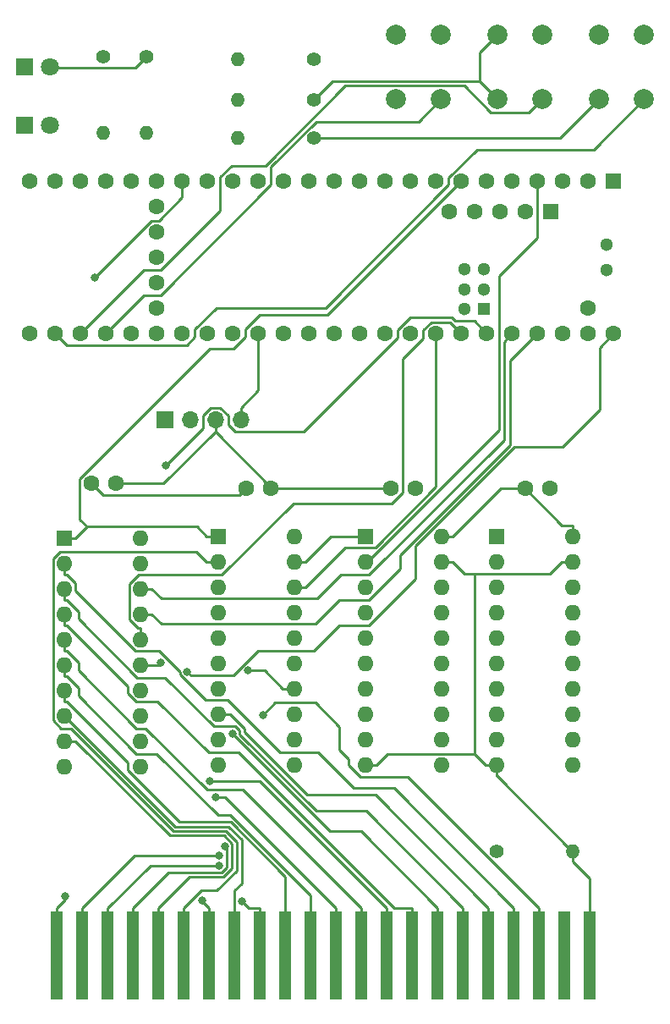
<source format=gbl>
G04 #@! TF.GenerationSoftware,KiCad,Pcbnew,(6.0.6)*
G04 #@! TF.CreationDate,2023-01-25T21:08:39+01:00*
G04 #@! TF.ProjectId,RTO_cart,52544f5f-6361-4727-942e-6b696361645f,rev?*
G04 #@! TF.SameCoordinates,Original*
G04 #@! TF.FileFunction,Copper,L2,Bot*
G04 #@! TF.FilePolarity,Positive*
%FSLAX46Y46*%
G04 Gerber Fmt 4.6, Leading zero omitted, Abs format (unit mm)*
G04 Created by KiCad (PCBNEW (6.0.6)) date 2023-01-25 21:08:39*
%MOMM*%
%LPD*%
G01*
G04 APERTURE LIST*
G04 #@! TA.AperFunction,ComponentPad*
%ADD10C,1.600000*%
G04 #@! TD*
G04 #@! TA.AperFunction,ComponentPad*
%ADD11R,1.600000X1.600000*%
G04 #@! TD*
G04 #@! TA.AperFunction,ComponentPad*
%ADD12O,1.600000X1.600000*%
G04 #@! TD*
G04 #@! TA.AperFunction,ComponentPad*
%ADD13C,1.400000*%
G04 #@! TD*
G04 #@! TA.AperFunction,ComponentPad*
%ADD14O,1.400000X1.400000*%
G04 #@! TD*
G04 #@! TA.AperFunction,ComponentPad*
%ADD15R,1.300000X1.300000*%
G04 #@! TD*
G04 #@! TA.AperFunction,ComponentPad*
%ADD16C,1.300000*%
G04 #@! TD*
G04 #@! TA.AperFunction,ComponentPad*
%ADD17R,1.800000X1.800000*%
G04 #@! TD*
G04 #@! TA.AperFunction,ComponentPad*
%ADD18C,1.800000*%
G04 #@! TD*
G04 #@! TA.AperFunction,ComponentPad*
%ADD19C,2.000000*%
G04 #@! TD*
G04 #@! TA.AperFunction,ComponentPad*
%ADD20R,1.700000X1.700000*%
G04 #@! TD*
G04 #@! TA.AperFunction,ComponentPad*
%ADD21O,1.700000X1.700000*%
G04 #@! TD*
G04 #@! TA.AperFunction,ConnectorPad*
%ADD22R,1.270000X8.840000*%
G04 #@! TD*
G04 #@! TA.AperFunction,ViaPad*
%ADD23C,0.800000*%
G04 #@! TD*
G04 #@! TA.AperFunction,Conductor*
%ADD24C,0.250000*%
G04 #@! TD*
G04 APERTURE END LIST*
D10*
X138196000Y-141224000D03*
X140696000Y-141224000D03*
D11*
X135382000Y-146050000D03*
D12*
X135382000Y-148590000D03*
X135382000Y-151130000D03*
X135382000Y-153670000D03*
X135382000Y-156210000D03*
X135382000Y-158750000D03*
X135382000Y-161290000D03*
X135382000Y-163830000D03*
X135382000Y-166370000D03*
X135382000Y-168910000D03*
X143002000Y-168910000D03*
X143002000Y-166370000D03*
X143002000Y-163830000D03*
X143002000Y-161290000D03*
X143002000Y-158750000D03*
X143002000Y-156210000D03*
X143002000Y-153670000D03*
X143002000Y-151130000D03*
X143002000Y-148590000D03*
X143002000Y-146050000D03*
D13*
X135382000Y-177546000D03*
D14*
X143002000Y-177546000D03*
D13*
X117094000Y-106172000D03*
D14*
X109474000Y-106172000D03*
D13*
X100330000Y-98044000D03*
D14*
X100330000Y-105664000D03*
D11*
X147066000Y-110490000D03*
D10*
X144526000Y-110490000D03*
X141986000Y-110490000D03*
X139446000Y-110490000D03*
X136906000Y-110490000D03*
X134366000Y-110490000D03*
X131826000Y-110490000D03*
X129286000Y-110490000D03*
X126746000Y-110490000D03*
X124206000Y-110490000D03*
X121666000Y-110490000D03*
X119126000Y-110490000D03*
X116586000Y-110490000D03*
X114046000Y-110490000D03*
X111506000Y-110490000D03*
X108966000Y-110490000D03*
X106426000Y-110490000D03*
X103886000Y-110490000D03*
X101346000Y-110490000D03*
X98806000Y-110490000D03*
X96266000Y-110490000D03*
X93726000Y-110490000D03*
X91186000Y-110490000D03*
X88646000Y-110490000D03*
X88646000Y-125730000D03*
X91186000Y-125730000D03*
X93726000Y-125730000D03*
X96266000Y-125730000D03*
X98806000Y-125730000D03*
X101346000Y-125730000D03*
X103886000Y-125730000D03*
X106426000Y-125730000D03*
X108966000Y-125730000D03*
X111506000Y-125730000D03*
X114046000Y-125730000D03*
X116586000Y-125730000D03*
X119126000Y-125730000D03*
X121666000Y-125730000D03*
X124206000Y-125730000D03*
X126746000Y-125730000D03*
X129286000Y-125730000D03*
X131826000Y-125730000D03*
X134366000Y-125730000D03*
X136906000Y-125730000D03*
X139446000Y-125730000D03*
X141986000Y-125730000D03*
X144526000Y-125730000D03*
X147066000Y-125730000D03*
X144526000Y-123190000D03*
X101346000Y-113030000D03*
X101346000Y-115570000D03*
X101346000Y-118110000D03*
X101346000Y-120650000D03*
X101346000Y-123190000D03*
D11*
X140766800Y-113540800D03*
D10*
X138226800Y-113540800D03*
X135686800Y-113540800D03*
X133146800Y-113540800D03*
X130606800Y-113540800D03*
D15*
X134096000Y-123291600D03*
D16*
X134096000Y-121291600D03*
X134096000Y-119291600D03*
X132096000Y-119291600D03*
X132096000Y-121291600D03*
X132096000Y-123291600D03*
X146336000Y-119380000D03*
X146336000Y-116840000D03*
D17*
X88138000Y-104902000D03*
D18*
X90678000Y-104902000D03*
D19*
X129758000Y-102310000D03*
X129758000Y-95810000D03*
X125258000Y-95810000D03*
X125258000Y-102310000D03*
D13*
X117094000Y-98298000D03*
D14*
X109474000Y-98298000D03*
D19*
X150078000Y-95810000D03*
X150078000Y-102310000D03*
X145578000Y-95810000D03*
X145578000Y-102310000D03*
X139918000Y-102310000D03*
X139918000Y-95810000D03*
X135418000Y-102310000D03*
X135418000Y-95810000D03*
D20*
X102118000Y-134366000D03*
D21*
X104658000Y-134366000D03*
X107198000Y-134366000D03*
X109738000Y-134366000D03*
D13*
X96012000Y-98044000D03*
D14*
X96012000Y-105664000D03*
D10*
X112756000Y-141224000D03*
X110256000Y-141224000D03*
X97282000Y-140716000D03*
X94782000Y-140716000D03*
D11*
X122184000Y-146055000D03*
D12*
X122184000Y-148595000D03*
X122184000Y-151135000D03*
X122184000Y-153675000D03*
X122184000Y-156215000D03*
X122184000Y-158755000D03*
X122184000Y-161295000D03*
X122184000Y-163835000D03*
X122184000Y-166375000D03*
X122184000Y-168915000D03*
X129804000Y-168915000D03*
X129804000Y-166375000D03*
X129804000Y-163835000D03*
X129804000Y-161295000D03*
X129804000Y-158755000D03*
X129804000Y-156215000D03*
X129804000Y-153675000D03*
X129804000Y-151135000D03*
X129804000Y-148595000D03*
X129804000Y-146055000D03*
D11*
X92085000Y-146182000D03*
D12*
X92085000Y-148722000D03*
X92085000Y-151262000D03*
X92085000Y-153802000D03*
X92085000Y-156342000D03*
X92085000Y-158882000D03*
X92085000Y-161422000D03*
X92085000Y-163962000D03*
X92085000Y-166502000D03*
X92085000Y-169042000D03*
X99705000Y-169042000D03*
X99705000Y-166502000D03*
X99705000Y-163962000D03*
X99705000Y-161422000D03*
X99705000Y-158882000D03*
X99705000Y-156342000D03*
X99705000Y-153802000D03*
X99705000Y-151262000D03*
X99705000Y-148722000D03*
X99705000Y-146182000D03*
D11*
X107452000Y-146050000D03*
D12*
X107452000Y-148590000D03*
X107452000Y-151130000D03*
X107452000Y-153670000D03*
X107452000Y-156210000D03*
X107452000Y-158750000D03*
X107452000Y-161290000D03*
X107452000Y-163830000D03*
X107452000Y-166370000D03*
X107452000Y-168910000D03*
X115072000Y-168910000D03*
X115072000Y-166370000D03*
X115072000Y-163830000D03*
X115072000Y-161290000D03*
X115072000Y-158750000D03*
X115072000Y-156210000D03*
X115072000Y-153670000D03*
X115072000Y-151130000D03*
X115072000Y-148590000D03*
X115072000Y-146050000D03*
D13*
X117094000Y-102362000D03*
D14*
X109474000Y-102362000D03*
D10*
X124734000Y-141224000D03*
X127234000Y-141224000D03*
D22*
X144665700Y-187960000D03*
X142125700Y-187960000D03*
X139585700Y-187960000D03*
X137045700Y-187960000D03*
X134505700Y-187960000D03*
X131965700Y-187960000D03*
X129425700Y-187960000D03*
X126885700Y-187960000D03*
X124345700Y-187960000D03*
X121805700Y-187960000D03*
X119265700Y-187960000D03*
X116725700Y-187960000D03*
X114185700Y-187960000D03*
X111645700Y-187960000D03*
X109105700Y-187960000D03*
X106565700Y-187960000D03*
X104025700Y-187960000D03*
X101485700Y-187960000D03*
X98945700Y-187960000D03*
X96405700Y-187960000D03*
X93865700Y-187960000D03*
X91325700Y-187960000D03*
D17*
X88138000Y-99060000D03*
D18*
X90678000Y-99060000D03*
D23*
X101753100Y-158682700D03*
X102231800Y-138898600D03*
X95099600Y-120157800D03*
X110475300Y-159470000D03*
X107603500Y-177950500D03*
X107536800Y-178950700D03*
X108129000Y-177061500D03*
X105871000Y-182447000D03*
X109861700Y-182522800D03*
X107214800Y-172113200D03*
X106616100Y-170489100D03*
X108910500Y-165764200D03*
X111941000Y-163910200D03*
X92141300Y-182063400D03*
X104390000Y-159563900D03*
D24*
X139585700Y-183214900D02*
X139585700Y-187960000D01*
X126475400Y-170104600D02*
X139585700Y-183214900D01*
X121734000Y-170104600D02*
X126475400Y-170104600D01*
X120553800Y-168924400D02*
X121734000Y-170104600D01*
X120553800Y-168320700D02*
X120553800Y-168924400D01*
X119634000Y-167400900D02*
X120553800Y-168320700D01*
X119634000Y-165100000D02*
X119634000Y-167400900D01*
X117213100Y-162679100D02*
X119634000Y-165100000D01*
X111941000Y-163910200D02*
X113172100Y-162679100D01*
X113172100Y-162679100D02*
X117213100Y-162679100D01*
X100076000Y-119380000D02*
X93726000Y-125730000D01*
X101739100Y-119380000D02*
X100076000Y-119380000D01*
X107696000Y-113423100D02*
X101739100Y-119380000D01*
X107696000Y-110094200D02*
X107696000Y-113423100D01*
X108822500Y-108967700D02*
X107696000Y-110094200D01*
X112200500Y-108967700D02*
X108822500Y-108967700D01*
X120204500Y-100963700D02*
X112200500Y-108967700D01*
X132085700Y-100963700D02*
X120204500Y-100963700D01*
X134762100Y-103640100D02*
X132085700Y-100963700D01*
X138587900Y-103640100D02*
X134762100Y-103640100D01*
X139918000Y-102310000D02*
X138587900Y-103640100D01*
X100076000Y-121920000D02*
X96266000Y-125730000D01*
X101701300Y-121920000D02*
X100076000Y-121920000D01*
X112776000Y-110845300D02*
X101701300Y-121920000D01*
X112776000Y-109028800D02*
X112776000Y-110845300D01*
X117280000Y-104524800D02*
X112776000Y-109028800D01*
X127543200Y-104524800D02*
X117280000Y-104524800D01*
X129758000Y-102310000D02*
X127543200Y-104524800D01*
X99226700Y-99147300D02*
X100330000Y-98044000D01*
X90765300Y-99147300D02*
X99226700Y-99147300D01*
X90678000Y-99060000D02*
X90765300Y-99147300D01*
X92334100Y-126878100D02*
X91186000Y-125730000D01*
X104377100Y-126878100D02*
X92334100Y-126878100D01*
X105156000Y-126099200D02*
X104377100Y-126878100D01*
X105156000Y-125343100D02*
X105156000Y-126099200D01*
X107315200Y-123183900D02*
X105156000Y-125343100D01*
X118227500Y-123183900D02*
X107315200Y-123183900D01*
X130556000Y-110855400D02*
X118227500Y-123183900D01*
X130556000Y-110162600D02*
X130556000Y-110855400D01*
X133376400Y-107342200D02*
X130556000Y-110162600D01*
X145045800Y-107342200D02*
X133376400Y-107342200D01*
X150078000Y-102310000D02*
X145045800Y-107342200D01*
X133621500Y-97606500D02*
X133621500Y-100513500D01*
X135418000Y-95810000D02*
X133621500Y-97606500D01*
X135418000Y-102310000D02*
X133621500Y-100513500D01*
X118942500Y-100513500D02*
X117094000Y-102362000D01*
X133621500Y-100513500D02*
X118942500Y-100513500D01*
X129804000Y-146055000D02*
X130929100Y-146055000D01*
X141896900Y-144924900D02*
X138196000Y-141224000D01*
X143002000Y-144924900D02*
X141896900Y-144924900D01*
X143002000Y-146050000D02*
X143002000Y-144924900D01*
X135760100Y-141224000D02*
X138196000Y-141224000D01*
X130929100Y-146055000D02*
X135760100Y-141224000D01*
X107198000Y-134366000D02*
X107198000Y-135541100D01*
X124734000Y-141224000D02*
X112756000Y-141224000D01*
X112756000Y-141099100D02*
X107198000Y-135541100D01*
X112756000Y-141224000D02*
X112756000Y-141099100D01*
X102023100Y-140716000D02*
X97282000Y-140716000D01*
X107198000Y-135541100D02*
X102023100Y-140716000D01*
X122425000Y-148595000D02*
X122184000Y-148595000D01*
X135636000Y-135384000D02*
X122425000Y-148595000D01*
X135636000Y-119948000D02*
X135636000Y-135384000D01*
X139446000Y-116138000D02*
X135636000Y-119948000D01*
X139446000Y-110490000D02*
X139446000Y-116138000D01*
X136086200Y-126549800D02*
X136906000Y-125730000D01*
X136086200Y-136366500D02*
X136086200Y-126549800D01*
X122587700Y-149865000D02*
X136086200Y-136366500D01*
X119755600Y-149865000D02*
X122587700Y-149865000D01*
X117363400Y-152257200D02*
X119755600Y-149865000D01*
X101825300Y-152257200D02*
X117363400Y-152257200D01*
X100830100Y-151262000D02*
X101825300Y-152257200D01*
X99705000Y-151262000D02*
X100830100Y-151262000D01*
X99705000Y-153802000D02*
X100830100Y-153802000D01*
X101825800Y-154797700D02*
X100830100Y-153802000D01*
X117239600Y-154797700D02*
X101825800Y-154797700D01*
X119632300Y-152405000D02*
X117239600Y-154797700D01*
X122514900Y-152405000D02*
X119632300Y-152405000D01*
X125649400Y-149270500D02*
X122514900Y-152405000D01*
X125649400Y-147946600D02*
X125649400Y-149270500D01*
X136717400Y-136878600D02*
X125649400Y-147946600D01*
X136717400Y-128458600D02*
X136717400Y-136878600D01*
X139446000Y-125730000D02*
X136717400Y-128458600D01*
X99705000Y-156342000D02*
X99705000Y-155216900D01*
X130685100Y-124589100D02*
X131826000Y-125730000D01*
X128779500Y-124589100D02*
X130685100Y-124589100D01*
X128016000Y-125352600D02*
X128779500Y-124589100D01*
X128016000Y-126260000D02*
X128016000Y-125352600D01*
X125984000Y-128292000D02*
X128016000Y-126260000D01*
X125984000Y-141607600D02*
X125984000Y-128292000D01*
X124869600Y-142722000D02*
X125984000Y-141607600D01*
X114998600Y-142722000D02*
X124869600Y-142722000D01*
X107860600Y-149860000D02*
X114998600Y-142722000D01*
X99510900Y-149860000D02*
X107860600Y-149860000D01*
X98574800Y-150796100D02*
X99510900Y-149860000D01*
X98574800Y-154368000D02*
X98574800Y-150796100D01*
X99423700Y-155216900D02*
X98574800Y-154368000D01*
X99705000Y-155216900D02*
X99423700Y-155216900D01*
X101553800Y-158882000D02*
X101753100Y-158682700D01*
X99705000Y-158882000D02*
X101553800Y-158882000D01*
X105928000Y-135202400D02*
X102231800Y-138898600D01*
X105928000Y-133948500D02*
X105928000Y-135202400D01*
X106689800Y-133186700D02*
X105928000Y-133948500D01*
X107681800Y-133186700D02*
X106689800Y-133186700D01*
X108468000Y-133972900D02*
X107681800Y-133186700D01*
X108468000Y-134855100D02*
X108468000Y-133972900D01*
X109154100Y-135541200D02*
X108468000Y-134855100D01*
X116063000Y-135541200D02*
X109154100Y-135541200D01*
X125476000Y-126128200D02*
X116063000Y-135541200D01*
X125476000Y-125366400D02*
X125476000Y-126128200D01*
X126720100Y-124122300D02*
X125476000Y-125366400D01*
X130855000Y-124122300D02*
X126720100Y-124122300D01*
X131218900Y-124486200D02*
X130855000Y-124122300D01*
X133122200Y-124486200D02*
X131218900Y-124486200D01*
X134366000Y-125730000D02*
X133122200Y-124486200D01*
X100812600Y-114444800D02*
X95099600Y-120157800D01*
X101538200Y-114444800D02*
X100812600Y-114444800D01*
X103886000Y-112097000D02*
X101538200Y-114444800D01*
X103886000Y-110490000D02*
X103886000Y-112097000D01*
X129286000Y-141086400D02*
X129286000Y-125730000D01*
X123192200Y-147180200D02*
X129286000Y-141086400D01*
X120146900Y-147180200D02*
X123192200Y-147180200D01*
X116197100Y-151130000D02*
X120146900Y-147180200D01*
X115072000Y-151130000D02*
X116197100Y-151130000D01*
X112126900Y-159470000D02*
X110475300Y-159470000D01*
X113946900Y-161290000D02*
X112126900Y-159470000D01*
X115072000Y-161290000D02*
X113946900Y-161290000D01*
X107452000Y-146050000D02*
X106326900Y-146050000D01*
X92085000Y-146182000D02*
X93210100Y-146182000D01*
X118418700Y-123897300D02*
X131826000Y-110490000D01*
X111669700Y-123897300D02*
X118418700Y-123897300D01*
X110236000Y-125331000D02*
X111669700Y-123897300D01*
X110236000Y-126057400D02*
X110236000Y-125331000D01*
X109023500Y-127269900D02*
X110236000Y-126057400D01*
X106609500Y-127269900D02*
X109023500Y-127269900D01*
X93622600Y-140256800D02*
X106609500Y-127269900D01*
X93622600Y-144344300D02*
X93622600Y-140256800D01*
X94335200Y-145056900D02*
X93622600Y-144344300D01*
X93210100Y-146182000D02*
X94335200Y-145056900D01*
X105333800Y-145056900D02*
X106326900Y-146050000D01*
X94335200Y-145056900D02*
X105333800Y-145056900D01*
X93865700Y-187960000D02*
X93865700Y-183214900D01*
X99130100Y-177950500D02*
X107603500Y-177950500D01*
X93865700Y-183214900D02*
X99130100Y-177950500D01*
X96405700Y-187960000D02*
X96405700Y-183214900D01*
X100669900Y-178950700D02*
X107536800Y-178950700D01*
X96405700Y-183214900D02*
X100669900Y-178950700D01*
X98945700Y-187960000D02*
X98945700Y-183214900D01*
X102484800Y-179675800D02*
X98945700Y-183214900D01*
X107837200Y-179675800D02*
X102484800Y-179675800D01*
X108343000Y-179170000D02*
X107837200Y-179675800D01*
X108343000Y-177275500D02*
X108343000Y-179170000D01*
X108129000Y-177061500D02*
X108343000Y-177275500D01*
X101485700Y-187960000D02*
X101485700Y-183214900D01*
X92085000Y-166502000D02*
X93210100Y-166502000D01*
X104574700Y-180125900D02*
X101485700Y-183214900D01*
X108023700Y-180125900D02*
X104574700Y-180125900D01*
X108874100Y-179275500D02*
X108023700Y-180125900D01*
X108874100Y-176781000D02*
X108874100Y-179275500D01*
X108060800Y-175967700D02*
X108874100Y-176781000D01*
X102675800Y-175967700D02*
X108060800Y-175967700D01*
X93210100Y-166502000D02*
X102675800Y-175967700D01*
X107452000Y-148590000D02*
X106326900Y-148590000D01*
X104025700Y-187960000D02*
X104025700Y-183214900D01*
X105809100Y-181431500D02*
X104025700Y-183214900D01*
X107354700Y-181431500D02*
X105809100Y-181431500D01*
X109327900Y-179458300D02*
X107354700Y-181431500D01*
X109327900Y-176598200D02*
X109327900Y-179458300D01*
X108247300Y-175517600D02*
X109327900Y-176598200D01*
X103003900Y-175517600D02*
X108247300Y-175517600D01*
X92718300Y-165232000D02*
X103003900Y-175517600D01*
X91729100Y-165232000D02*
X92718300Y-165232000D01*
X90950200Y-164453100D02*
X91729100Y-165232000D01*
X90950200Y-148264000D02*
X90950200Y-164453100D01*
X91660600Y-147553600D02*
X90950200Y-148264000D01*
X105290500Y-147553600D02*
X91660600Y-147553600D01*
X106326900Y-148590000D02*
X105290500Y-147553600D01*
X106565700Y-187960000D02*
X106565700Y-183214900D01*
X105871000Y-182520200D02*
X105871000Y-182447000D01*
X106565700Y-183214900D02*
X105871000Y-182520200D01*
X109105700Y-181445200D02*
X109105700Y-187960000D01*
X109821100Y-180729800D02*
X109105700Y-181445200D01*
X109821100Y-176400300D02*
X109821100Y-180729800D01*
X108488300Y-175067500D02*
X109821100Y-176400300D01*
X103190500Y-175067500D02*
X108488300Y-175067500D01*
X92085000Y-163962000D02*
X103190500Y-175067500D01*
X111645700Y-187960000D02*
X111645700Y-183214900D01*
X110553800Y-183214900D02*
X109861700Y-182522800D01*
X111645700Y-183214900D02*
X110553800Y-183214900D01*
X92318100Y-162547100D02*
X92085000Y-162547100D01*
X98435000Y-168664000D02*
X92318100Y-162547100D01*
X98435000Y-169436700D02*
X98435000Y-168664000D01*
X103615600Y-174617300D02*
X98435000Y-169436700D01*
X108721600Y-174617300D02*
X103615600Y-174617300D01*
X114185700Y-180081400D02*
X108721600Y-174617300D01*
X114185700Y-187960000D02*
X114185700Y-180081400D01*
X92085000Y-161422000D02*
X92085000Y-162547100D01*
X116725700Y-187960000D02*
X116725700Y-183214900D01*
X92085000Y-158882000D02*
X92085000Y-160007100D01*
X92318100Y-160007100D02*
X92085000Y-160007100D01*
X93499800Y-161188800D02*
X92318100Y-160007100D01*
X93499800Y-161968800D02*
X93499800Y-161188800D01*
X99303000Y-167772000D02*
X93499800Y-161968800D01*
X101282800Y-167772000D02*
X99303000Y-167772000D01*
X107453500Y-173942700D02*
X101282800Y-167772000D01*
X108694700Y-173942700D02*
X107453500Y-173942700D01*
X116725700Y-181973700D02*
X108694700Y-173942700D01*
X116725700Y-183214900D02*
X116725700Y-181973700D01*
X119265700Y-187960000D02*
X119265700Y-183214900D01*
X108164000Y-172113200D02*
X107214800Y-172113200D01*
X119265700Y-183214900D02*
X108164000Y-172113200D01*
X92318100Y-157467100D02*
X92085000Y-157467100D01*
X93499800Y-158648800D02*
X92318100Y-157467100D01*
X93499800Y-159428800D02*
X93499800Y-158648800D01*
X99303000Y-165232000D02*
X93499800Y-159428800D01*
X100242000Y-165232000D02*
X99303000Y-165232000D01*
X106364400Y-171354400D02*
X100242000Y-165232000D01*
X109945200Y-171354400D02*
X106364400Y-171354400D01*
X121805700Y-183214900D02*
X109945200Y-171354400D01*
X121805700Y-187960000D02*
X121805700Y-183214900D01*
X92085000Y-156342000D02*
X92085000Y-157467100D01*
X111619900Y-170489100D02*
X106616100Y-170489100D01*
X124345700Y-183214900D02*
X111619900Y-170489100D01*
X124345700Y-187960000D02*
X124345700Y-183214900D01*
X92318100Y-154927100D02*
X92085000Y-154927100D01*
X98435000Y-161044000D02*
X92318100Y-154927100D01*
X98435000Y-161747600D02*
X98435000Y-161044000D01*
X99234600Y-162547200D02*
X98435000Y-161747600D01*
X101427300Y-162547200D02*
X99234600Y-162547200D01*
X106520100Y-167640000D02*
X101427300Y-162547200D01*
X109555600Y-167640000D02*
X106520100Y-167640000D01*
X125130500Y-183214900D02*
X109555600Y-167640000D01*
X126885700Y-183214900D02*
X125130500Y-183214900D01*
X126885700Y-187960000D02*
X126885700Y-183214900D01*
X92085000Y-153802000D02*
X92085000Y-154927100D01*
X118689200Y-175542900D02*
X108910500Y-165764200D01*
X121753700Y-175542900D02*
X118689200Y-175542900D01*
X129425700Y-183214900D02*
X121753700Y-175542900D01*
X129425700Y-187960000D02*
X129425700Y-183214900D01*
X131965700Y-187960000D02*
X131965700Y-183214900D01*
X92085000Y-151262000D02*
X92085000Y-152387100D01*
X92318100Y-152387100D02*
X92085000Y-152387100D01*
X93499800Y-153568800D02*
X92318100Y-152387100D01*
X93499800Y-154272400D02*
X93499800Y-153568800D01*
X99379400Y-160152000D02*
X93499800Y-154272400D01*
X102178200Y-160152000D02*
X99379400Y-160152000D01*
X107065300Y-165039100D02*
X102178200Y-160152000D01*
X109210900Y-165039100D02*
X107065300Y-165039100D01*
X109635600Y-165463800D02*
X109210900Y-165039100D01*
X109635600Y-165852700D02*
X109635600Y-165463800D01*
X117302900Y-173520000D02*
X109635600Y-165852700D01*
X122270800Y-173520000D02*
X117302900Y-173520000D01*
X131965700Y-183214900D02*
X122270800Y-173520000D01*
X134505700Y-187960000D02*
X134505700Y-183214900D01*
X107452000Y-163830000D02*
X108577100Y-163830000D01*
X123195700Y-171904900D02*
X134505700Y-183214900D01*
X116409200Y-171904900D02*
X123195700Y-171904900D01*
X110085700Y-165581400D02*
X116409200Y-171904900D01*
X110085700Y-165277300D02*
X110085700Y-165581400D01*
X108638400Y-163830000D02*
X110085700Y-165277300D01*
X108577100Y-163830000D02*
X108638400Y-163830000D01*
X141716000Y-106172000D02*
X117094000Y-106172000D01*
X145578000Y-102310000D02*
X141716000Y-106172000D01*
X92085000Y-148722000D02*
X92085000Y-149847100D01*
X137045700Y-187960000D02*
X137045700Y-183214900D01*
X125060500Y-171229700D02*
X137045700Y-183214900D01*
X121029400Y-171229700D02*
X125060500Y-171229700D01*
X117439700Y-167640000D02*
X121029400Y-171229700D01*
X113653300Y-167640000D02*
X117439700Y-167640000D01*
X108428500Y-162415200D02*
X113653300Y-167640000D01*
X106215900Y-162415200D02*
X108428500Y-162415200D01*
X103664900Y-159864200D02*
X106215900Y-162415200D01*
X103664900Y-159569000D02*
X103664900Y-159864200D01*
X101563100Y-157467200D02*
X103664900Y-159569000D01*
X99187100Y-157467200D02*
X101563100Y-157467200D01*
X93210100Y-151490200D02*
X99187100Y-157467200D01*
X93210100Y-150690800D02*
X93210100Y-151490200D01*
X92366400Y-149847100D02*
X93210100Y-150690800D01*
X92085000Y-149847100D02*
X92366400Y-149847100D01*
X144665700Y-180234800D02*
X143002000Y-178571100D01*
X144665700Y-187960000D02*
X144665700Y-180234800D01*
X111506000Y-131422900D02*
X111506000Y-125730000D01*
X109738000Y-133190900D02*
X111506000Y-131422900D01*
X109738000Y-134366000D02*
X109738000Y-133190900D01*
X143002000Y-178058500D02*
X143002000Y-177646000D01*
X143002000Y-178058500D02*
X143002000Y-178571100D01*
X143002000Y-177546000D02*
X143002000Y-177646000D01*
X135391100Y-170035100D02*
X135382000Y-170035100D01*
X143002000Y-177646000D02*
X135391100Y-170035100D01*
X135382000Y-168910000D02*
X135382000Y-170035100D01*
X122184000Y-168915000D02*
X123309100Y-168915000D01*
X135382000Y-168910000D02*
X134256900Y-168910000D01*
X129804000Y-148595000D02*
X130929100Y-148595000D01*
X143002000Y-148590000D02*
X141876900Y-148590000D01*
X124439100Y-167785000D02*
X133131900Y-167785000D01*
X123309100Y-168915000D02*
X124439100Y-167785000D01*
X133131900Y-167785000D02*
X134256900Y-168910000D01*
X133131900Y-167785000D02*
X133131900Y-149780900D01*
X132115000Y-149780900D02*
X133131900Y-149780900D01*
X130929100Y-148595000D02*
X132115000Y-149780900D01*
X140686000Y-149780900D02*
X141876900Y-148590000D01*
X133131900Y-149780900D02*
X140686000Y-149780900D01*
X115072000Y-148590000D02*
X116197100Y-148590000D01*
X109601100Y-141878900D02*
X110256000Y-141224000D01*
X95944900Y-141878900D02*
X109601100Y-141878900D01*
X94782000Y-140716000D02*
X95944900Y-141878900D01*
X118732100Y-146055000D02*
X122184000Y-146055000D01*
X116197100Y-148590000D02*
X118732100Y-146055000D01*
X92141300Y-182399300D02*
X92141300Y-182063400D01*
X91325700Y-183214900D02*
X92141300Y-182399300D01*
X91325700Y-187960000D02*
X91325700Y-183214900D01*
X104739500Y-159913400D02*
X104390000Y-159563900D01*
X109006600Y-159913400D02*
X104739500Y-159913400D01*
X111440000Y-157480000D02*
X109006600Y-159913400D01*
X117035600Y-157480000D02*
X111440000Y-157480000D01*
X119570600Y-154945000D02*
X117035600Y-157480000D01*
X122537900Y-154945000D02*
X119570600Y-154945000D01*
X127230000Y-150252900D02*
X122537900Y-154945000D01*
X127230000Y-147002700D02*
X127230000Y-150252900D01*
X137121600Y-137111100D02*
X127230000Y-147002700D01*
X141919600Y-137111100D02*
X137121600Y-137111100D01*
X145651200Y-133379500D02*
X141919600Y-137111100D01*
X145651200Y-127144800D02*
X145651200Y-133379500D01*
X147066000Y-125730000D02*
X145651200Y-127144800D01*
M02*

</source>
